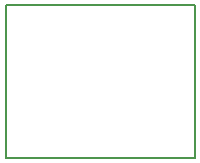
<source format=gko>
G04 #@! TF.FileFunction,Profile,NP*
%FSLAX46Y46*%
G04 Gerber Fmt 4.6, Leading zero omitted, Abs format (unit mm)*
G04 Created by KiCad (PCBNEW 4.0.4-1.fc24-product) date Mon Jun  4 16:03:53 2018*
%MOMM*%
%LPD*%
G01*
G04 APERTURE LIST*
%ADD10C,0.100000*%
%ADD11C,0.150000*%
G04 APERTURE END LIST*
D10*
D11*
X153000000Y-96000000D02*
X137000000Y-96000000D01*
X153000000Y-83000000D02*
X153000000Y-96000000D01*
X137000000Y-83000000D02*
X153000000Y-83000000D01*
X137000000Y-96000000D02*
X137000000Y-83000000D01*
M02*

</source>
